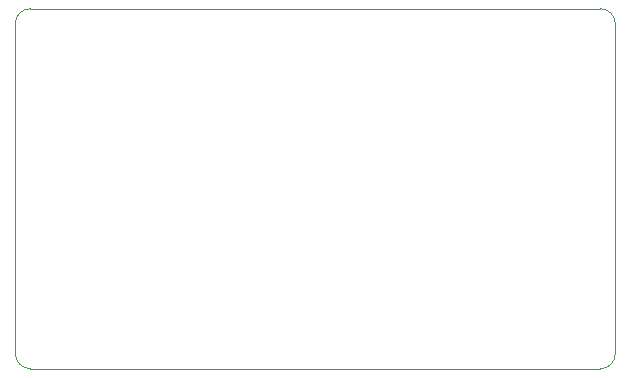
<source format=gbr>
G04 #@! TF.GenerationSoftware,KiCad,Pcbnew,(5.1.0)-1*
G04 #@! TF.CreationDate,2020-02-17T20:17:44-08:00*
G04 #@! TF.ProjectId,radio-86rk-rom,72616469-6f2d-4383-9672-6b2d726f6d2e,rev?*
G04 #@! TF.SameCoordinates,Original*
G04 #@! TF.FileFunction,Profile,NP*
%FSLAX46Y46*%
G04 Gerber Fmt 4.6, Leading zero omitted, Abs format (unit mm)*
G04 Created by KiCad (PCBNEW (5.1.0)-1) date 2020-02-17 20:17:44*
%MOMM*%
%LPD*%
G04 APERTURE LIST*
%ADD10C,0.050000*%
G04 APERTURE END LIST*
D10*
X115570000Y-119380000D02*
X163830000Y-119380000D01*
X163830000Y-88900000D02*
X115570000Y-88900000D01*
X165100000Y-118110000D02*
X165100000Y-90170000D01*
X114300000Y-118110000D02*
X114300000Y-90170000D01*
X115570000Y-119380000D02*
G75*
G02X114300000Y-118110000I0J1270000D01*
G01*
X165100000Y-118110000D02*
G75*
G02X163830000Y-119380000I-1270000J0D01*
G01*
X163830000Y-88900000D02*
G75*
G02X165100000Y-90170000I0J-1270000D01*
G01*
X114300000Y-90170000D02*
G75*
G02X115570000Y-88900000I1270000J0D01*
G01*
M02*

</source>
